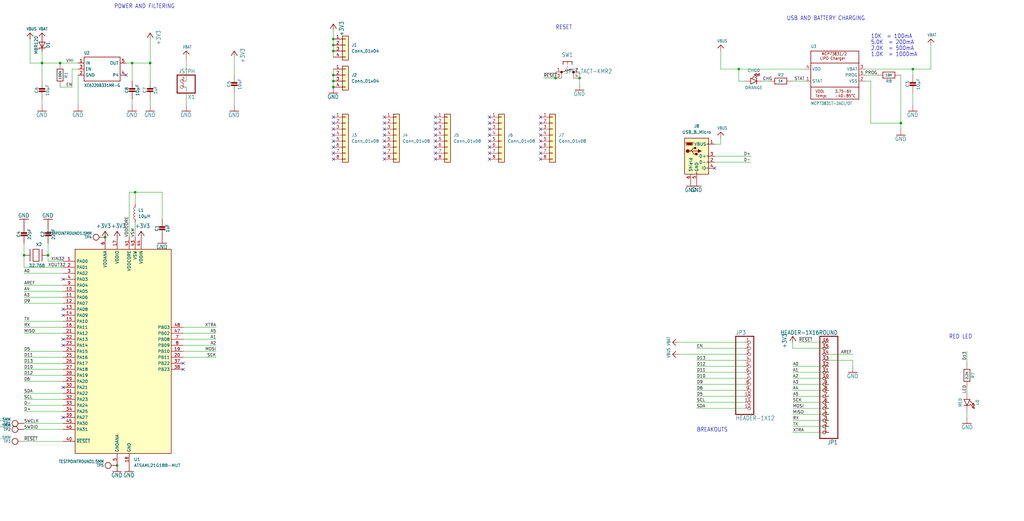
<source format=kicad_sch>
(kicad_sch (version 20211123) (generator eeschema)
  (paper "User" 433.07 220.421)
  (lib_symbols
    (symbol "Adafruit Feather M0 Basic rev C-eagle-import:+3V3" (power)
      (property "Value" "+3V3" (at -2.54 -5.08 90))
      (symbol "+3V3_1_0"
        (pin power_in line (at 0 -2.54 90) (length 2.54) (name "+3V3") (number "1"))
      )
    )
    (symbol "Adafruit Feather M0 Basic rev C-eagle-import:CAP_CERAMIC0603_NO"
      (property "Reference" "C" (at -2.29 1.25 90))
      (property "Value" "CAP_CERAMIC0603_NO" (at 2.3 1.25 90))
      (symbol "CAP_CERAMIC0603_NO_1_0"
        (pin passive line (at 0 5.08 270) (length 2.54) (name "1") (number "1"))
        (pin passive line (at 0 -2.54 90) (length 2.54) (name "2") (number "2"))
      )
    )
    (symbol "Adafruit Feather M0 Basic rev C-eagle-import:CAP_CERAMIC0805-NOOUTLINE"
      (property "Reference" "C" (at -2.29 1.25 90))
      (property "Value" "CAP_CERAMIC0805-NOOUTLINE" (at 2.3 1.25 90))
      (symbol "CAP_CERAMIC0805-NOOUTLINE_1_0"
        (pin passive line (at 0 5.08 270) (length 2.54) (name "1") (number "1"))
        (pin passive line (at 0 -2.54 90) (length 2.54) (name "2") (number "2"))
      )
    )
    (symbol "Adafruit Feather M0 Basic rev C-eagle-import:CON_JST_PH_2PIN"
      (property "Reference" "X" (at -6.35 5.715 0))
      (property "Value" "CON_JST_PH_2PIN" (at -6.35 -5.08 0))
      (symbol "CON_JST_PH_2PIN_1_0"
        (pin passive inverted (at -2.54 2.54 0) (length 2.54) (name "1") (number "1"))
        (pin passive inverted (at -2.54 0 0) (length 2.54) (name "2") (number "2"))
      )
    )
    (symbol "Adafruit Feather M0 Basic rev C-eagle-import:DIODE-SCHOTTKYSOD-123"
      (property "Reference" "D" (at 0 2.54 0))
      (property "Value" "DIODE-SCHOTTKYSOD-123" (at 0 -2.5 0))
      (symbol "DIODE-SCHOTTKYSOD-123_1_0"
        (pin passive line (at -2.54 0 0) (length 2.54) (name "A") (number "A"))
        (pin passive line (at 2.54 0 180) (length 2.54) (name "C") (number "C"))
      )
    )
    (symbol "Adafruit Feather M0 Basic rev C-eagle-import:GND" (power)
      (property "Value" "GND" (at -2.54 -2.54 0))
      (symbol "GND_1_0"
        (pin power_in line (at 0 2.54 270) (length 2.54) (name "GND") (number "1"))
      )
    )
    (symbol "Adafruit Feather M0 Basic rev C-eagle-import:HEADER-1X12"
      (property "Reference" "JP" (at -6.35 18.415 0))
      (property "Value" "HEADER-1X12" (at -6.35 -17.78 0))
      (symbol "HEADER-1X12_1_0"
        (pin passive inverted (at -2.54 15.24 0) (length 2.54) (name "1") (number "1"))
        (pin passive inverted (at -2.54 -7.62 0) (length 2.54) (name "10") (number "10"))
        (pin passive inverted (at -2.54 -10.16 0) (length 2.54) (name "11") (number "11"))
        (pin passive inverted (at -2.54 -12.7 0) (length 2.54) (name "12") (number "12"))
        (pin passive inverted (at -2.54 12.7 0) (length 2.54) (name "2") (number "2"))
        (pin passive inverted (at -2.54 10.16 0) (length 2.54) (name "3") (number "3"))
        (pin passive inverted (at -2.54 7.62 0) (length 2.54) (name "4") (number "4"))
        (pin passive inverted (at -2.54 5.08 0) (length 2.54) (name "5") (number "5"))
        (pin passive inverted (at -2.54 2.54 0) (length 2.54) (name "6") (number "6"))
        (pin passive inverted (at -2.54 0 0) (length 2.54) (name "7") (number "7"))
        (pin passive inverted (at -2.54 -2.54 0) (length 2.54) (name "8") (number "8"))
        (pin passive inverted (at -2.54 -5.08 0) (length 2.54) (name "9") (number "9"))
      )
    )
    (symbol "Adafruit Feather M0 Basic rev C-eagle-import:HEADER-1X16ROUND"
      (property "Reference" "JP" (at -6.35 20.955 0))
      (property "Value" "HEADER-1X16ROUND" (at -6.35 -25.4 0))
      (symbol "HEADER-1X16ROUND_1_0"
        (pin passive inverted (at -2.54 17.78 0) (length 2.54) (name "1") (number "1"))
        (pin passive inverted (at -2.54 -5.08 0) (length 2.54) (name "10") (number "10"))
        (pin passive inverted (at -2.54 -7.62 0) (length 2.54) (name "11") (number "11"))
        (pin passive inverted (at -2.54 -10.16 0) (length 2.54) (name "12") (number "12"))
        (pin passive inverted (at -2.54 -12.7 0) (length 2.54) (name "13") (number "13"))
        (pin passive inverted (at -2.54 -15.24 0) (length 2.54) (name "14") (number "14"))
        (pin passive inverted (at -2.54 -17.78 0) (length 2.54) (name "15") (number "15"))
        (pin passive inverted (at -2.54 -20.32 0) (length 2.54) (name "16") (number "16"))
        (pin passive inverted (at -2.54 15.24 0) (length 2.54) (name "2") (number "2"))
        (pin passive inverted (at -2.54 12.7 0) (length 2.54) (name "3") (number "3"))
        (pin passive inverted (at -2.54 10.16 0) (length 2.54) (name "4") (number "4"))
        (pin passive inverted (at -2.54 7.62 0) (length 2.54) (name "5") (number "5"))
        (pin passive inverted (at -2.54 5.08 0) (length 2.54) (name "6") (number "6"))
        (pin passive inverted (at -2.54 2.54 0) (length 2.54) (name "7") (number "7"))
        (pin passive inverted (at -2.54 0 0) (length 2.54) (name "8") (number "8"))
        (pin passive inverted (at -2.54 -2.54 0) (length 2.54) (name "9") (number "9"))
      )
    )
    (symbol "Adafruit Feather M0 Basic rev C-eagle-import:LED0805_NOOUTLINE"
      (property "Reference" "D" (at -1.27 4.445 0))
      (property "Value" "LED0805_NOOUTLINE" (at -1.27 -2.794 0))
      (symbol "LED0805_NOOUTLINE_1_0"
        (pin passive line (at -5.08 0 0) (length 2.54) (name "A") (number "A"))
        (pin passive line (at 2.54 0 180) (length 2.54) (name "C") (number "C"))
      )
    )
    (symbol "Adafruit Feather M0 Basic rev C-eagle-import:MCP73831{slash}2"
      (property "Reference" "U" (at -10.16 11.43 0))
      (property "Value" "MCP73831{slash}2" (at -10.16 -12.7 0))
      (symbol "MCP73831{slash}2_1_0"
        (text "-40-85°C" (at 0 -9.525 0) (effects (font (size 1.27 1.0795)) (justify left bottom)))
        (text "3.75-6V" (at 0 -7.62 0) (effects (font (size 1.27 1.0795)) (justify left bottom)))
        (text "LIPO Charger" (at -6.35 6.35 0) (effects (font (size 1.27 1.0795)) (justify left bottom)))
        (text "MCP73831/2" (at -5.715 8.255 0) (effects (font (size 1.27 1.0795)) (justify left bottom)))
        (text "Temp:" (at -8.255 -9.525 0) (effects (font (size 1.27 1.0795)) (justify left bottom)))
        (text "VDD:" (at -8.255 -7.62 0) (effects (font (size 1.27 1.0795)) (justify left bottom)))
        (pin output line (at -12.7 -2.54 0) (length 2.54) (name "STAT") (number "1"))
        (pin power_in line (at 12.7 -2.54 180) (length 2.54) (name "VSS") (number "2"))
        (pin power_in line (at 12.7 2.54 180) (length 2.54) (name "VBAT") (number "3"))
        (pin power_in line (at -12.7 2.54 0) (length 2.54) (name "VDD") (number "4"))
        (pin input line (at 12.7 0 180) (length 2.54) (name "PROG") (number "5"))
      )
    )
    (symbol "Adafruit Feather M0 Basic rev C-eagle-import:RESISTOR_0603_NOOUT"
      (property "Reference" "R" (at 0 2.54 0))
      (property "Value" "RESISTOR_0603_NOOUT" (at 0 0 0))
      (symbol "RESISTOR_0603_NOOUT_1_0"
        (pin passive line (at -5.08 0 0) (length 2.54) (name "1") (number "1"))
        (pin passive line (at 5.08 0 180) (length 2.54) (name "2") (number "2"))
      )
    )
    (symbol "Adafruit Feather M0 Basic rev C-eagle-import:SPST_TACT-KMR2"
      (property "Reference" "SW" (at -6.35 -2.54 90))
      (property "Value" "SPST_TACT-KMR2" (at -3.81 3.175 90))
      (symbol "SPST_TACT-KMR2_1_0"
        (pin passive line (at 0 -5.08 90) (length 2.54) (name "P") (number "1"))
        (pin passive line (at 0 5.08 270) (length 2.54) (name "S") (number "2"))
        (pin passive line (at 2.54 -5.08 90) (length 2.54) (name "P1") (number "3"))
        (pin passive line (at 2.54 5.08 270) (length 2.54) (name "S1") (number "4"))
      )
    )
    (symbol "Adafruit Feather M0 Basic rev C-eagle-import:TESTPOINTROUND1.5MM"
      (property "Reference" "TP" (at 0 5.588 90))
      (property "Value" "TESTPOINTROUND1.5MM" (at 1.651 5.588 90))
      (symbol "TESTPOINTROUND1.5MM_1_0"
        (pin bidirectional line (at 0 0 90) (length 2.54) (name "P$1") (number "P$1"))
      )
    )
    (symbol "Adafruit Feather M0 Basic rev C-eagle-import:VBAT" (power)
      (property "Value" "VBAT" (at -1.524 1.016 0))
      (symbol "VBAT_1_0"
        (pin power_in line (at 0 -2.54 90) (length 2.54) (name "VBAT") (number "1"))
      )
    )
    (symbol "Adafruit Feather M0 Basic rev C-eagle-import:VBUS" (power)
      (property "Value" "VBUS" (at -1.524 1.016 0))
      (symbol "VBUS_1_0"
        (pin power_in line (at 0 -2.54 90) (length 2.54) (name "VBUS") (number "1"))
      )
    )
    (symbol "Adafruit Feather M0 Basic rev C-eagle-import:VREG_SOT23-5"
      (property "Reference" "U" (at -7.62 6.096 0))
      (property "Value" "VREG_SOT23-5" (at -7.62 -7.62 0))
      (symbol "VREG_SOT23-5_1_0"
        (pin power_in line (at -10.16 2.54 0) (length 2.54) (name "IN") (number "1"))
        (pin power_in line (at -10.16 -2.54 0) (length 2.54) (name "GND") (number "2"))
        (pin input line (at -10.16 0 0) (length 2.54) (name "EN") (number "3"))
        (pin bidirectional line (at 10.16 -2.54 180) (length 2.54) (name "P4") (number "4"))
        (pin power_in line (at 10.16 2.54 180) (length 2.54) (name "OUT") (number "5"))
      )
    )
    (symbol "Adafruit Feather M0 Basic rev C-eagle-import:XTAL-3.2X1.5"
      (property "Reference" "X" (at -2.54 3.81 0))
      (property "Value" "XTAL-3.2X1.5" (at -3.81 -5.08 0))
      (symbol "XTAL-3.2X1.5_1_0"
        (pin bidirectional line (at -5.08 0 0) (length 2.54) (name "P$1") (number "P$1"))
        (pin bidirectional line (at 5.08 0 180) (length 2.54) (name "P$2") (number "P$2"))
      )
    )
    (symbol "Connector:USB_B_Micro" (pin_names (offset 1.016))
      (property "Reference" "J" (at -5.08 11.43 0))
      (property "Value" "USB_B_Micro" (at -5.08 8.89 0))
      (symbol "USB_B_Micro_1_1"
        (pin power_out line (at 7.62 5.08 180) (length 2.54) (name "VBUS") (number "1"))
        (pin bidirectional line (at 7.62 -2.54 180) (length 2.54) (name "D-") (number "2"))
        (pin bidirectional line (at 7.62 0 180) (length 2.54) (name "D+") (number "3"))
        (pin passive line (at 7.62 -5.08 180) (length 2.54) (name "ID") (number "4"))
        (pin power_out line (at 0 -10.16 90) (length 2.54) (name "GND") (number "5"))
        (pin passive line (at -2.54 -10.16 90) (length 2.54) (name "Shield") (number "6"))
      )
    )
    (symbol "Connector_Generic:Conn_01x04" (pin_names (offset 1.016) hide)
      (property "Reference" "J" (at 0 5.08 0))
      (property "Value" "Conn_01x04" (at 0 -7.62 0))
      (symbol "Conn_01x04_1_1"
        (pin passive line (at -5.08 2.54 0) (length 3.81) (name "Pin_1") (number "1"))
        (pin passive line (at -5.08 0 0) (length 3.81) (name "Pin_2") (number "2"))
        (pin passive line (at -5.08 -2.54 0) (length 3.81) (name "Pin_3") (number "3"))
        (pin passive line (at -5.08 -5.08 0) (length 3.81) (name "Pin_4") (number "4"))
      )
    )
    (symbol "Connector_Generic:Conn_01x08" (pin_names (offset 1.016) hide)
      (property "Reference" "J" (at 0 10.16 0))
      (property "Value" "Conn_01x08" (at 0 -12.7 0))
      (symbol "Conn_01x08_1_1"
        (pin passive line (at -5.08 7.62 0) (length 3.81) (name "Pin_1") (number "1"))
        (pin passive line (at -5.08 5.08 0) (length 3.81) (name "Pin_2") (number "2"))
        (pin passive line (at -5.08 2.54 0) (length 3.81) (name "Pin_3") (number "3"))
        (pin passive line (at -5.08 0 0) (length 3.81) (name "Pin_4") (number "4"))
        (pin passive line (at -5.08 -2.54 0) (length 3.81) (name "Pin_5") (number "5"))
        (pin passive line (at -5.08 -5.08 0) (length 3.81) (name "Pin_6") (number "6"))
        (pin passive line (at -5.08 -7.62 0) (length 3.81) (name "Pin_7") (number "7"))
        (pin passive line (at -5.08 -10.16 0) (length 3.81) (name "Pin_8") (number "8"))
      )
    )
    (symbol "Device:L" (pin_numbers hide) (pin_names (offset 1.016) hide)
      (property "Reference" "L" (at -1.27 0 90))
      (property "Value" "L" (at 1.905 0 90))
      (symbol "L_1_1"
        (pin passive line (at 0 3.81 270) (length 1.27) (name "1") (number "1"))
        (pin passive line (at 0 -3.81 90) (length 1.27) (name "2") (number "2"))
      )
    )
    (symbol "MCU_Microchip_SAML:ATSAML21G18B-MUT"
      (property "Reference" "U" (at -17.78 45.72 0))
      (property "Value" "ATSAML21G18B-MUT" (at -15.24 -45.72 0))
      (symbol "ATSAML21G18B-MUT_1_1"
        (pin bidirectional line (at -25.4 38.1 0) (length 5.08) (name "PA00") (number "1"))
        (pin bidirectional line (at -25.4 25.4 0) (length 5.08) (name "PA05") (number "10"))
        (pin bidirectional line (at -25.4 22.86 0) (length 5.08) (name "PA06") (number "11"))
        (pin bidirectional line (at -25.4 20.32 0) (length 5.08) (name "PA07") (number "12"))
        (pin bidirectional line (at -25.4 17.78 0) (length 5.08) (name "PA08") (number "13"))
        (pin bidirectional line (at -25.4 15.24 0) (length 5.08) (name "PA09") (number "14"))
        (pin bidirectional line (at -25.4 12.7 0) (length 5.08) (name "PA10") (number "15"))
        (pin bidirectional line (at -25.4 10.16 0) (length 5.08) (name "PA11") (number "16"))
        (pin power_in line (at -2.54 48.26 270) (length 5.08) (name "VDDIO") (number "17"))
        (pin power_in line (at 2.54 -48.26 90) (length 5.08) (name "GND") (number "18"))
        (pin bidirectional line (at 25.4 0 180) (length 5.08) (name "PB10") (number "19"))
        (pin bidirectional line (at -25.4 35.56 0) (length 5.08) (name "PA01") (number "2"))
        (pin bidirectional line (at 25.4 -2.54 180) (length 5.08) (name "PB11") (number "20"))
        (pin bidirectional line (at -25.4 7.62 0) (length 5.08) (name "PA12") (number "21"))
        (pin bidirectional line (at -25.4 5.08 0) (length 5.08) (name "PA13") (number "22"))
        (pin bidirectional line (at -25.4 2.54 0) (length 5.08) (name "PA14") (number "23"))
        (pin bidirectional line (at -25.4 0 0) (length 5.08) (name "PA15") (number "24"))
        (pin bidirectional line (at -25.4 -2.54 0) (length 5.08) (name "PA16") (number "25"))
        (pin bidirectional line (at -25.4 -5.08 0) (length 5.08) (name "PA17") (number "26"))
        (pin bidirectional line (at -25.4 -7.62 0) (length 5.08) (name "PA18") (number "27"))
        (pin bidirectional line (at -25.4 -10.16 0) (length 5.08) (name "PA19") (number "28"))
        (pin bidirectional line (at -25.4 -12.7 0) (length 5.08) (name "PA20") (number "29"))
        (pin bidirectional line (at -25.4 33.02 0) (length 5.08) (name "PA02") (number "3"))
        (pin bidirectional line (at -25.4 -15.24 0) (length 5.08) (name "PA21") (number "30"))
        (pin bidirectional line (at -25.4 -17.78 0) (length 5.08) (name "PA22") (number "31"))
        (pin bidirectional line (at -25.4 -20.32 0) (length 5.08) (name "PA23") (number "32"))
        (pin bidirectional line (at -25.4 -22.86 0) (length 5.08) (name "PA24") (number "33"))
        (pin bidirectional line (at -25.4 -25.4 0) (length 5.08) (name "PA25") (number "34"))
        (pin passive line (at 2.54 -48.26 90) (length 5.08) hide (name "GND") (number "35"))
        (pin passive line (at -2.54 48.26 270) (length 5.08) hide (name "VDDIO") (number "36"))
        (pin bidirectional line (at 25.4 -5.08 180) (length 5.08) (name "PB22") (number "37"))
        (pin bidirectional line (at 25.4 -7.62 180) (length 5.08) (name "PB23") (number "38"))
        (pin bidirectional line (at -25.4 -27.94 0) (length 5.08) (name "PA27") (number "39"))
        (pin bidirectional line (at -25.4 30.48 0) (length 5.08) (name "PA03") (number "4"))
        (pin input line (at -25.4 -38.1 0) (length 5.08) (name "~{RESET}") (number "40"))
        (pin power_in line (at 2.54 48.26 270) (length 5.08) (name "VDDCORE") (number "41"))
        (pin passive line (at 2.54 -48.26 90) (length 5.08) hide (name "GND") (number "42"))
        (pin power_out line (at 5.08 48.26 270) (length 5.08) (name "VSW") (number "43"))
        (pin power_in line (at 7.62 48.26 270) (length 5.08) (name "VDDIN") (number "44"))
        (pin bidirectional line (at -25.4 -30.48 0) (length 5.08) (name "PA30") (number "45"))
        (pin bidirectional line (at -25.4 -33.02 0) (length 5.08) (name "PA31") (number "46"))
        (pin bidirectional line (at 25.4 7.62 180) (length 5.08) (name "PB02") (number "47"))
        (pin bidirectional line (at 25.4 10.16 180) (length 5.08) (name "PB03") (number "48"))
        (pin power_in line (at -2.54 -48.26 90) (length 5.08) (name "GNDANA") (number "5"))
        (pin power_in line (at -7.62 48.26 270) (length 5.08) (name "VDDANA") (number "6"))
        (pin bidirectional line (at 25.4 5.08 180) (length 5.08) (name "PB08") (number "7"))
        (pin bidirectional line (at 25.4 2.54 180) (length 5.08) (name "PB09") (number "8"))
        (pin bidirectional line (at -25.4 27.94 0) (length 5.08) (name "PA04") (number "9"))
      )
    )
  )
  (junction (at 140.97 36.83))
  (junction (at 44.45 100.33))
  (junction (at 25.4 26.67))
  (junction (at 63.5 26.67))
  (junction (at 57.15 81.28))
  (junction (at 140.97 34.29))
  (junction (at 49.53 196.85))
  (junction (at 245.11 33.02))
  (junction (at 17.78 26.67))
  (junction (at 386.08 29.21))
  (junction (at 140.97 16.51))
  (junction (at 140.97 21.59))
  (junction (at 55.88 26.67))
  (junction (at 20.32 107.95))
  (junction (at 140.97 19.05))
  (junction (at 10.16 107.95))
  (junction (at 312.42 29.21))
  (junction (at 234.95 33.02))
  (junction (at 381 52.07))
  (junction (at 140.97 31.75))
  (no_connect (at 184.15 57.15))
  (no_connect (at 162.56 54.61))
  (no_connect (at 207.01 57.15))
  (no_connect (at 184.15 54.61))
  (no_connect (at 207.01 62.23))
  (no_connect (at 228.6 49.53))
  (no_connect (at 26.67 146.05))
  (no_connect (at 26.67 176.53))
  (no_connect (at 26.67 130.81))
  (no_connect (at 26.67 133.35))
  (no_connect (at 26.67 143.51))
  (no_connect (at 77.47 156.21))
  (no_connect (at 77.47 153.67))
  (no_connect (at 26.67 118.11))
  (no_connect (at 228.6 54.61))
  (no_connect (at 228.6 67.31))
  (no_connect (at 207.01 59.69))
  (no_connect (at 162.56 57.15))
  (no_connect (at 26.67 163.83))
  (no_connect (at 207.01 67.31))
  (no_connect (at 140.97 54.61))
  (no_connect (at 140.97 67.31))
  (no_connect (at 140.97 64.77))
  (no_connect (at 140.97 62.23))
  (no_connect (at 140.97 59.69))
  (no_connect (at 140.97 57.15))
  (no_connect (at 140.97 49.53))
  (no_connect (at 140.97 52.07))
  (no_connect (at 302.26 71.12))
  (no_connect (at 207.01 54.61))
  (no_connect (at 184.15 62.23))
  (no_connect (at 184.15 64.77))
  (no_connect (at 162.56 67.31))
  (no_connect (at 184.15 59.69))
  (no_connect (at 162.56 52.07))
  (no_connect (at 228.6 57.15))
  (no_connect (at 207.01 64.77))
  (no_connect (at 184.15 49.53))
  (no_connect (at 228.6 64.77))
  (no_connect (at 162.56 64.77))
  (no_connect (at 162.56 59.69))
  (no_connect (at 228.6 62.23))
  (no_connect (at 207.01 52.07))
  (no_connect (at 184.15 67.31))
  (no_connect (at 162.56 62.23))
  (no_connect (at 53.34 31.75))
  (no_connect (at 228.6 52.07))
  (no_connect (at 207.01 49.53))
  (no_connect (at 162.56 49.53))
  (no_connect (at 228.6 59.69))
  (no_connect (at 184.15 52.07))
  (wire (pts (xy 10.16 161.29) (xy 26.67 161.29)))
  (wire (pts (xy 302.26 60.96) (xy 304.8 60.96)))
  (wire (pts (xy 10.16 179.07) (xy 26.67 179.07)))
  (wire (pts (xy 314.96 34.29) (xy 312.42 34.29)))
  (wire (pts (xy 335.28 167.64) (xy 350.52 167.64)))
  (wire (pts (xy 335.28 157.48) (xy 350.52 157.48)))
  (wire (pts (xy 335.28 180.34) (xy 350.52 180.34)))
  (wire (pts (xy 140.97 29.21) (xy 140.97 31.75)))
  (wire (pts (xy 140.97 12.7) (xy 140.97 16.51)))
  (wire (pts (xy 312.42 34.29) (xy 312.42 29.21)))
  (wire (pts (xy 304.8 21.59) (xy 304.8 29.21)))
  (wire (pts (xy 91.44 146.05) (xy 77.47 146.05)))
  (wire (pts (xy 245.11 35.56) (xy 245.11 33.02)))
  (wire (pts (xy 12.7 16.51) (xy 12.7 26.67)))
  (wire (pts (xy 10.16 138.43) (xy 26.67 138.43)))
  (wire (pts (xy 335.28 182.88) (xy 350.52 182.88)))
  (wire (pts (xy 57.15 93.98) (xy 57.15 100.33)))
  (wire (pts (xy 287.02 144.78) (xy 314.96 144.78)))
  (wire (pts (xy 53.34 26.67) (xy 55.88 26.67)))
  (wire (pts (xy 294.64 172.72) (xy 314.96 172.72)))
  (wire (pts (xy 25.4 26.67) (xy 17.78 26.67)))
  (wire (pts (xy 99.06 44.45) (xy 99.06 39.37)))
  (wire (pts (xy 386.08 39.37) (xy 386.08 44.45)))
  (wire (pts (xy 304.8 29.21) (xy 312.42 29.21)))
  (wire (pts (xy 91.44 138.43) (xy 77.47 138.43)))
  (wire (pts (xy 10.16 181.61) (xy 26.67 181.61)))
  (wire (pts (xy 10.16 113.03) (xy 10.16 107.95)))
  (wire (pts (xy 55.88 34.29) (xy 55.88 26.67)))
  (wire (pts (xy 20.32 110.49) (xy 26.67 110.49)))
  (wire (pts (xy 365.76 31.75) (xy 370.84 31.75)))
  (wire (pts (xy 10.16 115.57) (xy 26.67 115.57)))
  (wire (pts (xy 314.96 152.4) (xy 294.64 152.4)))
  (wire (pts (xy 408.94 153.67) (xy 408.94 148.59)))
  (wire (pts (xy 54.61 100.33) (xy 54.61 81.28)))
  (wire (pts (xy 33.02 31.75) (xy 33.02 44.45)))
  (wire (pts (xy 10.16 173.99) (xy 26.67 173.99)))
  (wire (pts (xy 10.16 128.27) (xy 26.67 128.27)))
  (wire (pts (xy 78.74 44.45) (xy 78.74 36.83)))
  (wire (pts (xy 57.15 81.28) (xy 68.58 81.28)))
  (wire (pts (xy 140.97 19.05) (xy 140.97 21.59)))
  (wire (pts (xy 10.16 107.95) (xy 10.16 102.87)))
  (wire (pts (xy 10.16 166.37) (xy 26.67 166.37)))
  (wire (pts (xy 30.48 36.83) (xy 30.48 29.21)))
  (wire (pts (xy 229.87 33.02) (xy 234.95 33.02)))
  (wire (pts (xy 314.96 167.64) (xy 294.64 167.64)))
  (wire (pts (xy 20.32 102.87) (xy 20.32 107.95)))
  (wire (pts (xy 350.52 170.18) (xy 335.28 170.18)))
  (wire (pts (xy 234.95 33.02) (xy 234.95 30.48)))
  (wire (pts (xy 360.68 152.4) (xy 360.68 154.94)))
  (wire (pts (xy 10.16 148.59) (xy 26.67 148.59)))
  (wire (pts (xy 245.11 30.48) (xy 245.11 33.02)))
  (wire (pts (xy 368.3 34.29) (xy 368.3 52.07)))
  (wire (pts (xy 63.5 26.67) (xy 63.5 16.51)))
  (wire (pts (xy 10.16 168.91) (xy 26.67 168.91)))
  (wire (pts (xy 78.74 24.13) (xy 78.74 34.29)))
  (wire (pts (xy 335.28 162.56) (xy 350.52 162.56)))
  (wire (pts (xy 386.08 29.21) (xy 365.76 29.21)))
  (wire (pts (xy 350.52 149.86) (xy 360.68 149.86)))
  (wire (pts (xy 408.94 163.83) (xy 408.94 166.37)))
  (wire (pts (xy 10.16 151.13) (xy 26.67 151.13)))
  (wire (pts (xy 350.52 172.72) (xy 335.28 172.72)))
  (wire (pts (xy 314.96 157.48) (xy 294.64 157.48)))
  (wire (pts (xy 10.16 120.65) (xy 26.67 120.65)))
  (wire (pts (xy 335.28 147.32) (xy 350.52 147.32)))
  (wire (pts (xy 10.16 113.03) (xy 26.67 113.03)))
  (wire (pts (xy 10.16 135.89) (xy 26.67 135.89)))
  (wire (pts (xy 350.52 144.78) (xy 337.82 144.78)))
  (wire (pts (xy 350.52 177.8) (xy 335.28 177.8)))
  (wire (pts (xy 314.96 149.86) (xy 287.02 149.86)))
  (wire (pts (xy 25.4 36.83) (xy 30.48 36.83)))
  (wire (pts (xy 350.52 165.1) (xy 335.28 165.1)))
  (wire (pts (xy 17.78 21.59) (xy 17.78 26.67)))
  (wire (pts (xy 17.78 26.67) (xy 17.78 34.29)))
  (wire (pts (xy 63.5 26.67) (xy 63.5 34.29)))
  (wire (pts (xy 10.16 171.45) (xy 26.67 171.45)))
  (wire (pts (xy 140.97 36.83) (xy 140.97 34.29)))
  (wire (pts (xy 10.16 186.69) (xy 26.67 186.69)))
  (wire (pts (xy 312.42 29.21) (xy 340.36 29.21)))
  (wire (pts (xy 54.61 81.28) (xy 57.15 81.28)))
  (wire (pts (xy 294.64 165.1) (xy 314.96 165.1)))
  (wire (pts (xy 294.64 147.32) (xy 314.96 147.32)))
  (wire (pts (xy 408.94 173.99) (xy 408.94 176.53)))
  (wire (pts (xy 294.64 154.94) (xy 314.96 154.94)))
  (wire (pts (xy 10.16 123.19) (xy 26.67 123.19)))
  (wire (pts (xy 386.08 31.75) (xy 386.08 29.21)))
  (wire (pts (xy 91.44 148.59) (xy 77.47 148.59)))
  (wire (pts (xy 33.02 26.67) (xy 25.4 26.67)))
  (wire (pts (xy 368.3 52.07) (xy 381 52.07)))
  (wire (pts (xy 17.78 41.91) (xy 17.78 44.45)))
  (wire (pts (xy 294.64 160.02) (xy 314.96 160.02)))
  (wire (pts (xy 140.97 34.29) (xy 140.97 31.75)))
  (wire (pts (xy 91.44 140.97) (xy 77.47 140.97)))
  (wire (pts (xy 12.7 26.67) (xy 17.78 26.67)))
  (wire (pts (xy 302.26 66.04) (xy 317.5 66.04)))
  (wire (pts (xy 317.5 68.58) (xy 302.26 68.58)))
  (wire (pts (xy 55.88 41.91) (xy 55.88 44.45)))
  (wire (pts (xy 10.16 156.21) (xy 26.67 156.21)))
  (wire (pts (xy 381 31.75) (xy 381 52.07)))
  (wire (pts (xy 57.15 81.28) (xy 57.15 86.36)))
  (wire (pts (xy 91.44 143.51) (xy 77.47 143.51)))
  (wire (pts (xy 140.97 16.51) (xy 140.97 19.05)))
  (wire (pts (xy 10.16 153.67) (xy 26.67 153.67)))
  (wire (pts (xy 99.06 31.75) (xy 99.06 24.13)))
  (wire (pts (xy 91.44 151.13) (xy 77.47 151.13)))
  (wire (pts (xy 393.7 19.05) (xy 393.7 29.21)))
  (wire (pts (xy 30.48 29.21) (xy 33.02 29.21)))
  (wire (pts (xy 322.58 34.29) (xy 325.12 34.29)))
  (wire (pts (xy 381 52.07) (xy 381 54.61)))
  (wire (pts (xy 140.97 21.59) (xy 140.97 24.13)))
  (wire (pts (xy 350.52 152.4) (xy 360.68 152.4)))
  (wire (pts (xy 335.28 144.78) (xy 335.28 147.32)))
  (wire (pts (xy 365.76 34.29) (xy 368.3 34.29)))
  (wire (pts (xy 350.52 160.02) (xy 335.28 160.02)))
  (wire (pts (xy 314.96 170.18) (xy 294.64 170.18)))
  (wire (pts (xy 386.08 29.21) (xy 393.7 29.21)))
  (wire (pts (xy 314.96 162.56) (xy 294.64 162.56)))
  (wire (pts (xy 10.16 158.75) (xy 26.67 158.75)))
  (wire (pts (xy 335.28 175.26) (xy 350.52 175.26)))
  (wire (pts (xy 63.5 41.91) (xy 63.5 44.45)))
  (wire (pts (xy 304.8 60.96) (xy 304.8 58.42)))
  (wire (pts (xy 55.88 26.67) (xy 63.5 26.67)))
  (wire (pts (xy 20.32 110.49) (xy 20.32 107.95)))
  (wire (pts (xy 335.28 34.29) (xy 340.36 34.29)))
  (wire (pts (xy 350.52 154.94) (xy 335.28 154.94)))
  (wire (pts (xy 10.16 125.73) (xy 26.67 125.73)))
  (wire (pts (xy 68.58 81.28) (xy 68.58 92.71)))
  (wire (pts (xy 10.16 140.97) (xy 26.67 140.97)))
  (text "RESET" (at 234.95 12.7 180) (effects (font (size 1.778 1.5113)) (justify left bottom)))
  (text "2.0K  = 500mA" (at 368.3 21.59 180) (effects (font (size 1.778 1.5113)) (justify left bottom)))
  (text "10K  = 100mA" (at 368.3 16.51 180) (effects (font (size 1.778 1.5113)) (justify left bottom)))
  (text "5.0K  = 200mA" (at 368.3 19.05 180) (effects (font (size 1.778 1.5113)) (justify left bottom)))
  (text "POWER AND FILTERING" (at 48.26 3.81 180) (effects (font (size 1.778 1.5113)) (justify left bottom)))
  (text "BREAKOUTS" (at 294.64 182.88 180) (effects (font (size 1.778 1.5113)) (justify left bottom)))
  (text "1.0K  = 1000mA" (at 368.3 24.13 180) (effects (font (size 1.778 1.5113)) (justify left bottom)))
  (text "USB AND BATTERY CHARGING" (at 332.74 8.89 180) (effects (font (size 1.778 1.5113)) (justify left bottom)))
  (text "RED LED" (at 401.32 143.51 180) (effects (font (size 1.778 1.5113)) (justify left bottom)))
  (label "CHG" (at 322.58 34.29 0))
  (label "SWDIO" (at 10.16 181.61 0) (effects (font (size 1.2446 1.2446))))
  (label "D+" (at 10.16 173.99 0) (effects (font (size 1.2446 1.2446))))
  (label "D11" (at 10.16 151.13 0) (effects (font (size 1.2446 1.2446))))
  (label "SDA" (at 294.64 172.72 0) (effects (font (size 1.2446 1.2446))))
  (label "~{RESET}" (at 10.16 186.69 0) (effects (font (size 1.2446 1.2446))))
  (label "~{RESET}" (at 337.82 144.78 0) (effects (font (size 1.2446 1.2446))))
  (label "D13" (at 10.16 153.67 0) (effects (font (size 1.2446 1.2446))))
  (label "A2" (at 335.28 160.02 0) (effects (font (size 1.2446 1.2446))))
  (label "D6" (at 294.64 165.1 0) (effects (font (size 1.2446 1.2446))))
  (label "MOSI" (at 335.28 172.72 0) (effects (font (size 1.2446 1.2446))))
  (label "D5" (at 294.64 167.64 0) (effects (font (size 1.2446 1.2446))))
  (label "~{RESET}" (at 229.87 33.02 0) (effects (font (size 1.2446 1.2446))))
  (label "D12" (at 294.64 154.94 0) (effects (font (size 1.2446 1.2446))))
  (label "D13" (at 294.64 152.4 0) (effects (font (size 1.2446 1.2446))))
  (label "SCL" (at 10.16 168.91 0) (effects (font (size 1.2446 1.2446))))
  (label "VSW" (at 57.15 100.33 90))
  (label "AREF" (at 355.6 149.86 0) (effects (font (size 1.2446 1.2446))))
  (label "SDA" (at 10.16 166.37 0) (effects (font (size 1.2446 1.2446))))
  (label "SWCLK" (at 10.16 179.07 0) (effects (font (size 1.2446 1.2446))))
  (label "XIN32" (at 21.59 110.49 0))
  (label "A3" (at 10.16 125.73 0) (effects (font (size 1.2446 1.2446))))
  (label "RX" (at 10.16 138.43 0) (effects (font (size 1.2446 1.2446))))
  (label "A4" (at 10.16 123.19 0) (effects (font (size 1.2446 1.2446))))
  (label "VDDCORE" (at 54.61 100.33 90))
  (label "D10" (at 294.64 160.02 0) (effects (font (size 1.2446 1.2446))))
  (label "D9" (at 10.16 128.27 0) (effects (font (size 1.2446 1.2446))))
  (label "D+" (at 317.5 66.04 180) (effects (font (size 1.2446 1.2446))))
  (label "A0" (at 10.16 115.57 0) (effects (font (size 1.2446 1.2446))))
  (label "D-" (at 317.5 68.58 180) (effects (font (size 1.2446 1.2446))))
  (label "A5" (at 335.28 167.64 0) (effects (font (size 1.2446 1.2446))))
  (label "AREF" (at 10.16 120.65 0) (effects (font (size 1.2446 1.2446))))
  (label "PROG" (at 365.76 31.75 0))
  (label "D11" (at 294.64 157.48 0) (effects (font (size 1.2446 1.2446))))
  (label "SCL" (at 294.64 170.18 0) (effects (font (size 1.2446 1.2446))))
  (label "VHI" (at 27.94 26.67 0))
  (label "RX" (at 335.28 177.8 0) (effects (font (size 1.2446 1.2446))))
  (label "XTRA" (at 335.28 182.88 0))
  (label "D6" (at 10.16 161.29 0) (effects (font (size 1.2446 1.2446))))
  (label "D9" (at 294.64 162.56 0) (effects (font (size 1.2446 1.2446))))
  (label "D-" (at 10.16 171.45 0) (effects (font (size 1.2446 1.2446))))
  (label "TX" (at 335.28 180.34 0) (effects (font (size 1.2446 1.2446))))
  (label "A1" (at 91.44 143.51 180) (effects (font (size 1.2446 1.2446))))
  (label "MISO" (at 335.28 175.26 0) (effects (font (size 1.2446 1.2446))))
  (label "D10" (at 10.16 156.21 0) (effects (font (size 1.2446 1.2446))))
  (label "A5" (at 91.44 140.97 180) (effects (font (size 1.2446 1.2446))))
  (label "XOUT32" (at 20.32 113.03 0))
  (label "XTRA" (at 91.44 138.43 180))
  (label "D5" (at 10.16 148.59 0) (effects (font (size 1.2446 1.2446))))
  (label "EN" (at 294.64 147.32 0) (effects (font (size 1.2446 1.2446))))
  (label "LED" (at 408.94 166.37 90))
  (label "SCK" (at 91.44 151.13 180) (effects (font (size 1.2446 1.2446))))
  (label "A3" (at 335.28 162.56 0) (effects (font (size 1.2446 1.2446))))
  (label "MISO" (at 10.16 140.97 0) (effects (font (size 1.2446 1.2446))))
  (label "EN" (at 27.94 36.83 0) (effects (font (size 1.2446 1.2446))))
  (label "A2" (at 91.44 146.05 180) (effects (font (size 1.2446 1.2446))))
  (label "D13" (at 408.94 148.59 270) (effects (font (size 1.2446 1.2446))))
  (label "A1" (at 335.28 157.48 0) (effects (font (size 1.2446 1.2446))))
  (label "SCK" (at 335.28 170.18 0) (effects (font (size 1.2446 1.2446))))
  (label "A0" (at 335.28 154.94 0) (effects (font (size 1.2446 1.2446))))
  (label "STAT" (at 340.36 34.29 180))
  (label "MOSI" (at 91.44 148.59 180) (effects (font (size 1.2446 1.2446))))
  (label "A4" (at 335.28 165.1 0) (effects (font (size 1.2446 1.2446))))
  (label "D12" (at 10.16 158.75 0) (effects (font (size 1.2446 1.2446))))
  (label "TX" (at 10.16 135.89 0) (effects (font (size 1.2446 1.2446))))
  (symbol (lib_id "Adafruit Feather M0 Basic rev C-eagle-import:RESISTOR_0603_NOOUT") (at 25.4 31.75 270) (unit 1)
    (property "Reference" "R1" (at 27.94 31.75 0))
    (property "Value" "100k" (at 25.4 31.75 0) (effects (font (size 1.016 1.016) bold)))
    (property "Footprint" "Adafruit Feather M0 Basic rev C:0603-NO" (effects hide))
  )
  (symbol (lib_id "Adafruit Feather M0 Basic rev C-eagle-import:CAP_CERAMIC0603_NO") (at 63.5 39.37 0) (unit 1)
    (property "Reference" "C7" (at 61.21 38.12 90))
    (property "Value" "1uF" (at 65.8 38.12 90))
    (property "Footprint" "Adafruit Feather M0 Basic rev C:0603-NO" (effects hide))
  )
  (symbol (lib_id "Adafruit Feather M0 Basic rev C-eagle-import:GND") (at 10.16 92.71 0) (mirror x) (unit 1)
    (property "Reference" "#U$010" (effects hide))
    (property "Value" "GND" (at 7.62 90.17 0) (effects (font (size 1.778 1.5113)) (justify left bottom)))
    (property "Footprint" "Adafruit Feather M0 Basic rev C:" (effects hide))
  )
  (symbol (lib_id "Adafruit Feather M0 Basic rev C-eagle-import:GND") (at 360.68 157.48 0) (unit 1)
    (property "Reference" "#GND04" (effects hide))
    (property "Value" "GND" (at 358.14 160.02 0) (effects (font (size 1.778 1.5113)) (justify left bottom)))
    (property "Footprint" "Adafruit Feather M0 Basic rev C:" (effects hide))
  )
  (symbol (lib_id "Adafruit Feather M0 Basic rev C-eagle-import:GND") (at 245.11 38.1 0) (unit 1)
    (property "Reference" "#GND07" (effects hide))
    (property "Value" "GND" (at 242.57 40.64 0) (effects (font (size 1.778 1.5113)) (justify left bottom)))
    (property "Footprint" "Adafruit Feather M0 Basic rev C:" (effects hide))
  )
  (symbol (lib_id "Adafruit Feather M0 Basic rev C-eagle-import:GND") (at 20.32 92.71 0) (mirror x) (unit 1)
    (property "Reference" "#U$08" (effects hide))
    (property "Value" "GND" (at 17.78 90.17 0) (effects (font (size 1.778 1.5113)) (justify left bottom)))
    (property "Footprint" "Adafruit Feather M0 Basic rev C:" (effects hide))
  )
  (symbol (lib_id "Adafruit Feather M0 Basic rev C-eagle-import:GND") (at 381 57.15 0) (unit 1)
    (property "Reference" "#U$036" (effects hide))
    (property "Value" "GND" (at 378.46 59.69 0) (effects (font (size 1.778 1.5113)) (justify left bottom)))
    (property "Footprint" "Adafruit Feather M0 Basic rev C:" (effects hide))
  )
  (symbol (lib_id "Adafruit Feather M0 Basic rev C-eagle-import:VBUS") (at 12.7 13.97 0) (unit 1)
    (property "Reference" "#U$03" (effects hide))
    (property "Value" "VBUS" (at 11.176 12.954 0) (effects (font (size 1.27 1.0795)) (justify left bottom)))
    (property "Footprint" "Adafruit Feather M0 Basic rev C:" (effects hide))
  )
  (symbol (lib_id "Adafruit Feather M0 Basic rev C-eagle-import:VBUS") (at 304.8 19.05 0) (unit 1)
    (property "Reference" "#U$038" (effects hide))
    (property "Value" "VBUS" (at 303.276 18.034 0) (effects (font (size 1.27 1.0795)) (justify left bottom)))
    (property "Footprint" "Adafruit Feather M0 Basic rev C:" (effects hide))
  )
  (symbol (lib_id "Adafruit Feather M0 Basic rev C-eagle-import:HEADER-1X16ROUND") (at 347.98 165.1 180) (unit 1)
    (property "Reference" "JP1" (at 354.33 186.055 0) (effects (font (size 1.778 1.5113)) (justify left bottom)))
    (property "Value" "HEADER-1X16ROUND" (at 354.33 139.7 0) (effects (font (size 1.778 1.5113)) (justify left bottom)))
    (property "Footprint" "Adafruit Feather M0 Basic rev C:1X16_ROUND" (effects hide))
  )
  (symbol (lib_id "Adafruit Feather M0 Basic rev C-eagle-import:CAP_CERAMIC0805-NOOUTLINE") (at 386.08 36.83 0) (unit 1)
    (property "Reference" "C3" (at 383.79 35.58 90))
    (property "Value" "10µF" (at 388.38 35.58 90))
    (property "Footprint" "Adafruit Feather M0 Basic rev C:0805-NO" (effects hide))
  )
  (symbol (lib_id "Connector_Generic:Conn_01x08") (at 146.05 57.15 0) (unit 1)
    (property "Reference" "J3" (at 148.59 57.1499 0) (effects (justify left)))
    (property "Value" "Conn_01x08" (at 148.59 59.6899 0) (effects (justify left)))
    (property "Footprint" "Connector_PinHeader_2.54mm:PinHeader_1x08_P2.54mm_Vertical" (effects hide))
  )
  (symbol (lib_id "Adafruit Feather M0 Basic rev C-eagle-import:+3V3") (at 335.28 142.24 0) (unit 1)
    (property "Reference" "#+3V01" (effects hide))
    (property "Value" "+3V3" (at 332.74 147.32 90) (effects (font (size 1.778 1.5113)) (justify left bottom)))
    (property "Footprint" "Adafruit Feather M0 Basic rev C:" (effects hide))
  )
  (symbol (lib_id "Connector_Generic:Conn_01x08") (at 189.23 57.15 0) (unit 1)
    (property "Reference" "J5" (at 191.77 57.1499 0) (effects (justify left)))
    (property "Value" "Conn_01x08" (at 191.77 59.6899 0) (effects (justify left)))
    (property "Footprint" "Connector_PinHeader_2.54mm:PinHeader_1x08_P2.54mm_Vertical" (effects hide))
  )
  (symbol (lib_id "Adafruit Feather M0 Basic rev C-eagle-import:GND") (at 294.64 78.74 0) (unit 1)
    (property "Reference" "#GND0101" (effects hide))
    (property "Value" "GND" (at 292.1 81.28 0) (effects (font (size 1.778 1.5113)) (justify left bottom)))
    (property "Footprint" "Adafruit Feather M0 Basic rev C:" (effects hide))
  )
  (symbol (lib_id "Adafruit Feather M0 Basic rev C-eagle-import:VBAT") (at 17.78 13.97 0) (unit 1)
    (property "Reference" "#U$021" (effects hide))
    (property "Value" "VBAT" (at 16.256 12.954 0) (effects (font (size 1.27 1.0795)) (justify left bottom)))
    (property "Footprint" "Adafruit Feather M0 Basic rev C:" (effects hide))
  )
  (symbol (lib_id "Adafruit Feather M0 Basic rev C-eagle-import:TESTPOINTROUND1.5MM") (at 44.45 100.33 90) (unit 1)
    (property "Reference" "TP4" (at 38.862 100.33 90) (effects (font (size 1.27 1.0795)) (justify left)))
    (property "Value" "TESTPOINTROUND1.5MM" (at 38.862 98.679 90) (effects (font (size 1.27 1.0795)) (justify left)))
    (property "Footprint" "Adafruit Feather M0 Basic rev C:TESTPOINT_ROUND_1.5MM" (effects hide))
  )
  (symbol (lib_id "Adafruit Feather M0 Basic rev C-eagle-import:DIODE-SCHOTTKYSOD-123") (at 17.78 19.05 270) (unit 1)
    (property "Reference" "D1" (at 20.32 19.05 0))
    (property "Value" "MBR120" (at 15.28 19.05 0))
    (property "Footprint" "Adafruit Feather M0 Basic rev C:SOD-123" (effects hide))
  )
  (symbol (lib_id "Adafruit Feather M0 Basic rev C-eagle-import:XTAL-3.2X1.5") (at 15.24 107.95 0) (mirror y) (unit 1)
    (property "Reference" "X2" (at 17.78 104.14 0) (effects (justify left bottom)))
    (property "Value" "32.768" (at 19.05 113.03 0) (effects (justify left bottom)))
    (property "Footprint" "Adafruit Feather M0 Basic rev C:XTAL3215" (effects hide))
  )
  (symbol (lib_id "Connector:USB_B_Micro") (at 294.64 66.04 0) (unit 1)
    (property "Reference" "J8" (at 294.64 53.34 0))
    (property "Value" "USB_B_Micro" (at 294.64 55.88 0))
    (property "Footprint" "Connector_USB:USB_Micro-B_Amphenol_10118194_Horizontal" (effects hide))
  )
  (symbol (lib_id "Adafruit Feather M0 Basic rev C-eagle-import:CON_JST_PH_2PIN") (at 76.2 34.29 180) (unit 1)
    (property "Reference" "X1" (at 82.55 40.005 0) (effects (font (size 1.778 1.5113)) (justify left bottom)))
    (property "Value" "JSTPH" (at 82.55 29.21 0) (effects (font (size 1.778 1.5113)) (justify left bottom)))
    (property "Footprint" "Adafruit Feather M0 Basic rev C:JSTPH2" (effects hide))
  )
  (symbol (lib_id "Connector_Generic:Conn_01x08") (at 212.09 57.15 0) (unit 1)
    (property "Reference" "J6" (at 214.63 57.1499 0) (effects (justify left)))
    (property "Value" "Conn_01x08" (at 214.63 59.6899 0) (effects (justify left)))
    (property "Footprint" "Connector_PinHeader_2.54mm:PinHeader_1x08_P2.54mm_Vertical" (effects hide))
  )
  (symbol (lib_id "Connector_Generic:Conn_01x04") (at 146.05 19.05 0) (unit 1)
    (property "Reference" "J1" (at 148.59 19.0499 0) (effects (justify left)))
    (property "Value" "Conn_01x04" (at 148.59 21.5899 0) (effects (justify left)))
    (property "Footprint" "Connector_PinHeader_2.54mm:PinHeader_1x04_P2.54mm_Vertical" (effects hide))
  )
  (symbol (lib_id "Adafruit Feather M0 Basic rev C-eagle-import:GND") (at 292.1 78.74 0) (unit 1)
    (property "Reference" "#GND0102" (effects hide))
    (property "Value" "GND" (at 289.56 81.28 0) (effects (font (size 1.778 1.5113)) (justify left bottom)))
    (property "Footprint" "Adafruit Feather M0 Basic rev C:" (effects hide))
  )
  (symbol (lib_id "Adafruit Feather M0 Basic rev C-eagle-import:CAP_CERAMIC0603_NO") (at 20.32 97.79 0) (mirror x) (unit 1)
    (property "Reference" "C2" (at 18.03 99.04 90))
    (property "Value" "22pF" (at 22.62 99.04 90))
    (property "Footprint" "Adafruit Feather M0 Basic rev C:0603-NO" (effects hide))
  )
  (symbol (lib_id "Adafruit Feather M0 Basic rev C-eagle-import:GND") (at 49.53 199.39 0) (unit 1)
    (property "Reference" "#U$0102" (effects hide))
    (property "Value" "GND" (at 46.99 201.93 0) (effects (font (size 1.778 1.5113)) (justify left bottom)))
    (property "Footprint" "Adafruit Feather M0 Basic rev C:" (effects hide))
  )
  (symbol (lib_id "Adafruit Feather M0 Basic rev C-eagle-import:+3V3") (at 63.5 13.97 0) (mirror y) (unit 1)
    (property "Reference" "#+3V04" (effects hide))
    (property "Value" "+3V3" (at 66.04 19.05 90) (effects (font (size 1.778 1.5113)) (justify left bottom)))
    (property "Footprint" "Adafruit Feather M0 Basic rev C:" (effects hide))
  )
  (symbol (lib_id "Adafruit Feather M0 Basic rev C-eagle-import:VBAT") (at 393.7 16.51 0) (unit 1)
    (property "Reference" "#U$039" (effects hide))
    (property "Value" "VBAT" (at 392.176 15.494 0) (effects (font (size 1.27 1.0795)) (justify left bottom)))
    (property "Footprint" "Adafruit Feather M0 Basic rev C:" (effects hide))
  )
  (symbol (lib_id "Adafruit Feather M0 Basic rev C-eagle-import:GND") (at 17.78 46.99 0) (unit 1)
    (property "Reference" "#U$027" (effects hide))
    (property "Value" "GND" (at 15.24 49.53 0) (effects (font (size 1.778 1.5113)) (justify left bottom)))
    (property "Footprint" "Adafruit Feather M0 Basic rev C:" (effects hide))
  )
  (symbol (lib_id "Adafruit Feather M0 Basic rev C-eagle-import:MCP73831{slash}2") (at 353.06 31.75 0) (unit 1)
    (property "Reference" "U3" (at 342.9 20.32 0) (effects (font (size 1.27 1.0795)) (justify left bottom)))
    (property "Value" "MCP73831T-2ACI/OT" (at 342.9 44.45 0) (effects (font (size 1.27 1.0795)) (justify left bottom)))
    (property "Footprint" "Adafruit Feather M0 Basic rev C:SOT23-5" (effects hide))
  )
  (symbol (lib_id "Adafruit Feather M0 Basic rev C-eagle-import:SPST_TACT-KMR2") (at 240.03 30.48 270) (unit 1)
    (property "Reference" "SW1" (at 237.49 24.13 90) (effects (font (size 1.778 1.5113)) (justify left bottom)))
    (property "Value" "SPST_TACT-KMR2" (at 238.76 31.115 90) (effects (font (size 1.778 1.5113)) (justify left bottom)))
    (property "Footprint" "Adafruit Feather M0 Basic rev C:KMR2" (effects hide))
  )
  (symbol (lib_id "Adafruit Feather M0 Basic rev C-eagle-import:GND") (at 54.61 199.39 0) (unit 1)
    (property "Reference" "#U$0101" (effects hide))
    (property "Value" "GND" (at 52.07 201.93 0) (effects (font (size 1.778 1.5113)) (justify left bottom)))
    (property "Footprint" "Adafruit Feather M0 Basic rev C:" (effects hide))
  )
  (symbol (lib_id "Adafruit Feather M0 Basic rev C-eagle-import:+3V3") (at 99.06 21.59 0) (mirror y) (unit 1)
    (property "Reference" "#+3V02" (effects hide))
    (property "Value" "+3V3" (at 101.6 26.67 90) (effects (font (size 1.778 1.5113)) (justify left bottom)))
    (property "Footprint" "Adafruit Feather M0 Basic rev C:" (effects hide))
  )
  (symbol (lib_id "Adafruit Feather M0 Basic rev C-eagle-import:CAP_CERAMIC0603_NO") (at 10.16 97.79 0) (mirror x) (unit 1)
    (property "Reference" "C4" (at 7.87 99.04 90))
    (property "Value" "22pF" (at 12.46 99.04 90))
    (property "Footprint" "Adafruit Feather M0 Basic rev C:0603-NO" (effects hide))
  )
  (symbol (lib_id "MCU_Microchip_SAML:ATSAML21G18B-MUT") (at 52.07 148.59 0) (unit 1)
    (property "Reference" "U1" (at 56.6294 194.31 0) (effects (justify left)))
    (property "Value" "ATSAML21G18B-MUT" (at 56.6294 196.85 0) (effects (justify left)))
    (property "Footprint" "Package_DFN_QFN:QFN-48-1EP_7x7mm_P0.5mm_EP5.15x5.15mm" (effects hide))
    (property "Datasheet" "http://ww1.microchip.com/downloads/en/DeviceDoc/60001477A.pdf" (effects hide))
  )
  (symbol (lib_id "Adafruit Feather M0 Basic rev C-eagle-import:TESTPOINTROUND1.5MM") (at 10.16 186.69 90) (unit 1)
    (property "Reference" "TP3" (at 4.572 186.69 90) (effects (font (size 1.27 1.0795)) (justify left)))
    (property "Value" "TESTPOINTROUND1.5MM" (at 4.572 185.039 90) (effects (font (size 1.27 1.0795)) (justify left)))
    (property "Footprint" "Adafruit Feather M0 Basic rev C:TESTPOINT_ROUND_1.5MM" (effects hide))
  )
  (symbol (lib_id "Adafruit Feather M0 Basic rev C-eagle-import:+3V3") (at 59.69 97.79 0) (unit 1)
    (property "Reference" "#+3V0103" (effects hide))
    (property "Value" "+3V3" (at 57.15 96.52 0) (effects (font (size 1.778 1.5113)) (justify left bottom)))
    (property "Footprint" "Adafruit Feather M0 Basic rev C:" (effects hide))
  )
  (symbol (lib_id "Adafruit Feather M0 Basic rev C-eagle-import:VREG_SOT23-5") (at 43.18 29.21 0) (unit 1)
    (property "Reference" "U2" (at 35.56 23.114 0) (effects (font (size 1.27 1.0795)) (justify left bottom)))
    (property "Value" "XC6220B331MR-G" (at 35.56 36.83 0) (effects (font (size 1.27 1.0795)) (justify left bottom)))
    (property "Footprint" "Adafruit Feather M0 Basic rev C:SOT23-5" (effects hide))
  )
  (symbol (lib_id "Connector_Generic:Conn_01x04") (at 146.05 31.75 0) (unit 1)
    (property "Reference" "J2" (at 148.59 31.7499 0) (effects (justify left)))
    (property "Value" "Conn_01x04" (at 148.59 34.2899 0) (effects (justify left)))
    (property "Footprint" "Connector_PinHeader_2.54mm:PinHeader_1x04_P2.54mm_Vertical" (effects hide))
  )
  (symbol (lib_id "Adafruit Feather M0 Basic rev C-eagle-import:+3V3") (at 44.45 97.79 0) (unit 1)
    (property "Reference" "#+3V0101" (effects hide))
    (property "Value" "+3V3" (at 40.64 96.52 0) (effects (font (size 1.778 1.5113)) (justify left bottom)))
    (property "Footprint" "Adafruit Feather M0 Basic rev C:" (effects hide))
  )
  (symbol (lib_id "Adafruit Feather M0 Basic rev C-eagle-import:TESTPOINTROUND1.5MM") (at 10.16 181.61 90) (unit 1)
    (property "Reference" "TP2" (at 4.572 181.61 90) (effects (font (size 1.27 1.0795)) (justify left)))
    (property "Value" "TESTPOINTROUND1.5MM" (at 4.572 179.959 90) (effects (font (size 1.27 1.0795)) (justify left)))
    (property "Footprint" "Adafruit Feather M0 Basic rev C:TESTPOINT_ROUND_1.5MM" (effects hide))
  )
  (symbol (lib_id "Adafruit Feather M0 Basic rev C-eagle-import:GND") (at 63.5 46.99 0) (unit 1)
    (property "Reference" "#U$028" (effects hide))
    (property "Value" "GND" (at 60.96 49.53 0) (effects (font (size 1.778 1.5113)) (justify left bottom)))
    (property "Footprint" "Adafruit Feather M0 Basic rev C:" (effects hide))
  )
  (symbol (lib_id "Adafruit Feather M0 Basic rev C-eagle-import:CAP_CERAMIC0805-NOOUTLINE") (at 55.88 39.37 0) (unit 1)
    (property "Reference" "C8" (at 53.59 38.12 90))
    (property "Value" "10µF" (at 58.18 38.12 90))
    (property "Footprint" "Adafruit Feather M0 Basic rev C:0805-NO" (effects hide))
  )
  (symbol (lib_id "Adafruit Feather M0 Basic rev C-eagle-import:GND") (at 33.02 46.99 0) (unit 1)
    (property "Reference" "#U$030" (effects hide))
    (property "Value" "GND" (at 30.48 49.53 0) (effects (font (size 1.778 1.5113)) (justify left bottom)))
    (property "Footprint" "Adafruit Feather M0 Basic rev C:" (effects hide))
  )
  (symbol (lib_id "Adafruit Feather M0 Basic rev C-eagle-import:RESISTOR_0603_NOOUT") (at 408.94 158.75 270) (unit 1)
    (property "Reference" "R7" (at 411.48 158.75 0))
    (property "Value" "2.2K" (at 408.94 158.75 0) (effects (font (size 1.016 1.016) bold)))
    (property "Footprint" "Adafruit Feather M0 Basic rev C:0603-NO" (effects hide))
  )
  (symbol (lib_id "Adafruit Feather M0 Basic rev C-eagle-import:GND") (at 55.88 46.99 0) (unit 1)
    (property "Reference" "#U$029" (effects hide))
    (property "Value" "GND" (at 53.34 49.53 0) (effects (font (size 1.778 1.5113)) (justify left bottom)))
    (property "Footprint" "Adafruit Feather M0 Basic rev C:" (effects hide))
  )
  (symbol (lib_id "Adafruit Feather M0 Basic rev C-eagle-import:LED0805_NOOUTLINE") (at 320.04 34.29 0) (unit 1)
    (property "Reference" "CHG0" (at 318.77 29.845 0))
    (property "Value" "ORANGE" (at 318.77 37.084 0))
    (property "Footprint" "Adafruit Feather M0 Basic rev C:CHIPLED_0805_NOOUTLINE" (effects hide))
  )
  (symbol (lib_id "Adafruit Feather M0 Basic rev C-eagle-import:VBAT") (at 284.48 144.78 90) (unit 1)
    (property "Reference" "#U$020" (effects hide))
    (property "Value" "VBAT" (at 283.464 146.304 0) (effects (font (size 1.27 1.0795)) (justify left bottom)))
    (property "Footprint" "Adafruit Feather M0 Basic rev C:" (effects hide))
  )
  (symbol (lib_id "Adafruit Feather M0 Basic rev C-eagle-import:TESTPOINTROUND1.5MM") (at 10.16 179.07 90) (unit 1)
    (property "Reference" "TP1" (at 4.572 179.07 90) (effects (font (size 1.27 1.0795)) (justify left)))
    (property "Value" "TESTPOINTROUND1.5MM" (at 4.572 177.419 90) (effects (font (size 1.27 1.0795)) (justify left)))
    (property "Footprint" "Adafruit Feather M0 Basic rev C:TESTPOINT_ROUND_1.5MM" (effects hide))
  )
  (symbol (lib_id "Adafruit Feather M0 Basic rev C-eagle-import:GND") (at 386.08 46.99 0) (unit 1)
    (property "Reference" "#U$033" (effects hide))
    (property "Value" "GND" (at 383.54 49.53 0) (effects (font (size 1.778 1.5113)) (justify left bottom)))
    (property "Footprint" "Adafruit Feather M0 Basic rev C:" (effects hide))
  )
  (symbol (lib_id "Connector_Generic:Conn_01x08") (at 233.68 57.15 0) (unit 1)
    (property "Reference" "J7" (at 236.22 57.1499 0) (effects (justify left)))
    (property "Value" "Conn_01x08" (at 236.22 59.6899 0) (effects (justify left)))
    (property "Footprint" "Connector_PinHeader_2.54mm:PinHeader_1x08_P2.54mm_Vertical" (effects hide))
  )
  (symbol (lib_id "Adafruit Feather M0 Basic rev C-eagle-import:HEADER-1X12") (at 317.5 160.02 0) (unit 1)
    (property "Reference" "JP3" (at 311.15 141.605 0) (effects (font (size 1.778 1.5113)) (justify left bottom)))
    (property "Value" "HEADER-1X12" (at 311.15 177.8 0) (effects (font (size 1.778 1.5113)) (justify left bottom)))
    (property "Footprint" "Adafruit Feather M0 Basic rev C:1X12_ROUND" (effects hide))
  )
  (symbol (lib_id "Adafruit Feather M0 Basic rev C-eagle-import:CAP_CERAMIC0805-NOOUTLINE") (at 99.06 36.83 0) (unit 1)
    (property "Reference" "C5" (at 96.77 35.58 90))
    (property "Value" "10uF" (at 101.36 35.58 90))
    (property "Footprint" "Adafruit Feather M0 Basic rev C:0805-NO" (effects hide))
  )
  (symbol (lib_id "Adafruit Feather M0 Basic rev C-eagle-import:RESISTOR_0603_NOOUT") (at 375.92 31.75 0) (unit 1)
    (property "Reference" "R8" (at 375.92 34.29 0))
    (property "Value" "10K" (at 375.92 31.75 0) (effects (font (size 1.016 1.016) bold)))
    (property "Footprint" "Adafruit Feather M0 Basic rev C:0603-NO" (effects hide))
  )
  (symbol (lib_id "Device:L") (at 57.15 90.17 180) (unit 1)
    (property "Reference" "L1" (at 58.42 88.8999 0) (effects (justify right)))
    (property "Value" "10µH" (at 58.42 91.4399 0) (effects (justify right)))
    (property "Footprint" "Inductor_SMD:L_0805_2012Metric" (effects hide))
  )
  (symbol (lib_id "Adafruit Feather M0 Basic rev C-eagle-import:VBUS") (at 304.8 55.88 0) (unit 1)
    (property "Reference" "#U$01" (effects hide))
    (property "Value" "VBUS" (at 303.276 54.864 0) (effects (font (size 1.27 1.0795)) (justify left bottom)))
    (property "Footprint" "Adafruit Feather M0 Basic rev C:" (effects hide))
  )
  (symbol (lib_id "Adafruit Feather M0 Basic rev C-eagle-import:VBAT") (at 78.74 21.59 0) (unit 1)
    (property "Reference" "#U$016" (effects hide))
    (property "Value" "VBAT" (at 77.216 20.574 0) (effects (font (size 1.27 1.0795)) (justify left bottom)))
    (property "Footprint" "Adafruit Feather M0 Basic rev C:" (effects hide))
  )
  (symbol (lib_id "Adafruit Feather M0 Basic rev C-eagle-import:GND") (at 68.58 102.87 0) (unit 1)
    (property "Reference" "#U$06" (effects hide))
    (property "Value" "GND" (at 66.04 105.41 0) (effects (font (size 1.778 1.5113)) (justify left bottom)))
    (property "Footprint" "Adafruit Feather M0 Basic rev C:" (effects hide))
  )
  (symbol (lib_id "Adafruit Feather M0 Basic rev C-eagle-import:GND") (at 99.06 46.99 0) (unit 1)
    (property "Reference" "#U$011" (effects hide))
    (property "Value" "GND" (at 96.52 49.53 0) (effects (font (size 1.778 1.5113)) (justify left bottom)))
    (property "Footprint" "Adafruit Feather M0 Basic rev C:" (effects hide))
  )
  (symbol (lib_id "Adafruit Feather M0 Basic rev C-eagle-import:CAP_CERAMIC0805-NOOUTLINE") (at 17.78 39.37 0) (unit 1)
    (property "Reference" "C6" (at 15.49 38.12 90))
    (property "Value" "10µF" (at 20.08 38.12 90))
    (property "Footprint" "Adafruit Feather M0 Basic rev C:0805-NO" (effects hide))
  )
  (symbol (lib_id "Connector_Generic:Conn_01x08") (at 167.64 57.15 0) (unit 1)
    (property "Reference" "J4" (at 170.18 57.1499 0) (effects (justify left)))
    (property "Value" "Conn_01x08" (at 170.18 59.6899 0) (effects (justify left)))
    (property "Footprint" "Connector_PinHeader_2.54mm:PinHeader_1x08_P2.54mm_Vertical" (effects hide))
  )
  (symbol (lib_id "Adafruit Feather M0 Basic rev C-eagle-import:RESISTOR_0603_NOOUT") (at 330.2 34.29 0) (unit 1)
    (property "Reference" "R2" (at 330.2 31.75 0))
    (property "Value" "1K" (at 330.2 34.29 0) (effects (font (size 1.016 1.016) bold)))
    (property "Footprint" "Adafruit Feather M0 Basic rev C:0603-NO" (effects hide))
  )
  (symbol (lib_id "Adafruit Feather M0 Basic rev C-eagle-import:GND") (at 78.74 46.99 0) (unit 1)
    (property "Reference" "#U$022" (effects hide))
    (property "Value" "GND" (at 76.2 49.53 0) (effects (font (size 1.778 1.5113)) (justify left bottom)))
    (property "Footprint" "Adafruit Feather M0 Basic rev C:" (effects hide))
  )
  (symbol (lib_id "Adafruit Feather M0 Basic rev C-eagle-import:VBUS") (at 284.48 149.86 90) (unit 1)
    (property "Reference" "#U$019" (effects hide))
    (property "Value" "VBUS" (at 283.464 151.384 0) (effects (font (size 1.27 1.0795)) (justify left bottom)))
    (property "Footprint" "Adafruit Feather M0 Basic rev C:" (effects hide))
  )
  (symbol (lib_id "Adafruit Feather M0 Basic rev C-eagle-import:GND") (at 408.94 179.07 0) (mirror y) (unit 1)
    (property "Reference" "#GND010" (effects hide))
    (property "Value" "GND" (at 411.48 181.61 0) (effects (font (size 1.778 1.5113)) (justify left bottom)))
    (property "Footprint" "Adafruit Feather M0 Basic rev C:" (effects hide))
  )
  (symbol (lib_id "Adafruit Feather M0 Basic rev C-eagle-import:CAP_CERAMIC0603_NO") (at 68.58 97.79 0) (unit 1)
    (property "Reference" "C1" (at 66.29 96.54 90))
    (property "Value" "1uF" (at 70.88 96.54 90))
    (property "Footprint" "Adafruit Feather M0 Basic rev C:0603-NO" (effects hide))
  )
  (symbol (lib_id "Adafruit Feather M0 Basic rev C-eagle-import:LED0805_NOOUTLINE") (at 408.94 171.45 270) (unit 1)
    (property "Reference" "L0" (at 413.385 170.18 0))
    (property "Value" "RED" (at 406.146 170.18 0))
    (property "Footprint" "Adafruit Feather M0 Basic rev C:CHIPLED_0805_NOOUTLINE" (effects hide))
  )
  (symbol (lib_id "Adafruit Feather M0 Basic rev C-eagle-import:TESTPOINTROUND1.5MM") (at 49.53 196.85 90) (unit 1)
    (property "Reference" "TP5" (at 43.942 196.85 90) (effects (font (size 1.27 1.0795)) (justify left)))
    (property "Value" "TESTPOINTROUND1.5MM" (at 43.942 195.199 90) (effects (font (size 1.27 1.0795)) (justify left)))
    (property "Footprint" "Adafruit Feather M0 Basic rev C:TESTPOINT_ROUND_1.5MM" (effects hide))
  )
  (symbol (lib_id "Adafruit Feather M0 Basic rev C-eagle-import:+3V3") (at 49.53 97.79 0) (unit 1)
    (property "Reference" "#+3V0102" (effects hide))
    (property "Value" "+3V3" (at 46.99 96.52 0) (effects (font (size 1.778 1.5113)) (justify left bottom)))
    (property "Footprint" "Adafruit Feather M0 Basic rev C:" (effects hide))
  )
  (symbol (lib_id "Adafruit Feather M0 Basic rev C-eagle-import:+3V3") (at 140.97 10.16 0) (mirror y) (unit 1)
    (property "Reference" "#+3V0104" (effects hide))
    (property "Value" "+3V3" (at 143.51 15.24 90) (effects (font (size 1.778 1.5113)) (justify left bottom)))
    (property "Footprint" "Adafruit Feather M0 Basic rev C:" (effects hide))
  )
  (symbol (lib_id "Adafruit Feather M0 Basic rev C-eagle-import:GND") (at 140.97 39.37 0) (unit 1)
    (property "Reference" "#U$0103" (effects hide))
    (property "Value" "GND" (at 138.43 41.91 0) (effects (font (size 1.778 1.5113)) (justify left bottom)))
    (property "Footprint" "Adafruit Feather M0 Basic rev C:" (effects hide))
  )
)
</source>
